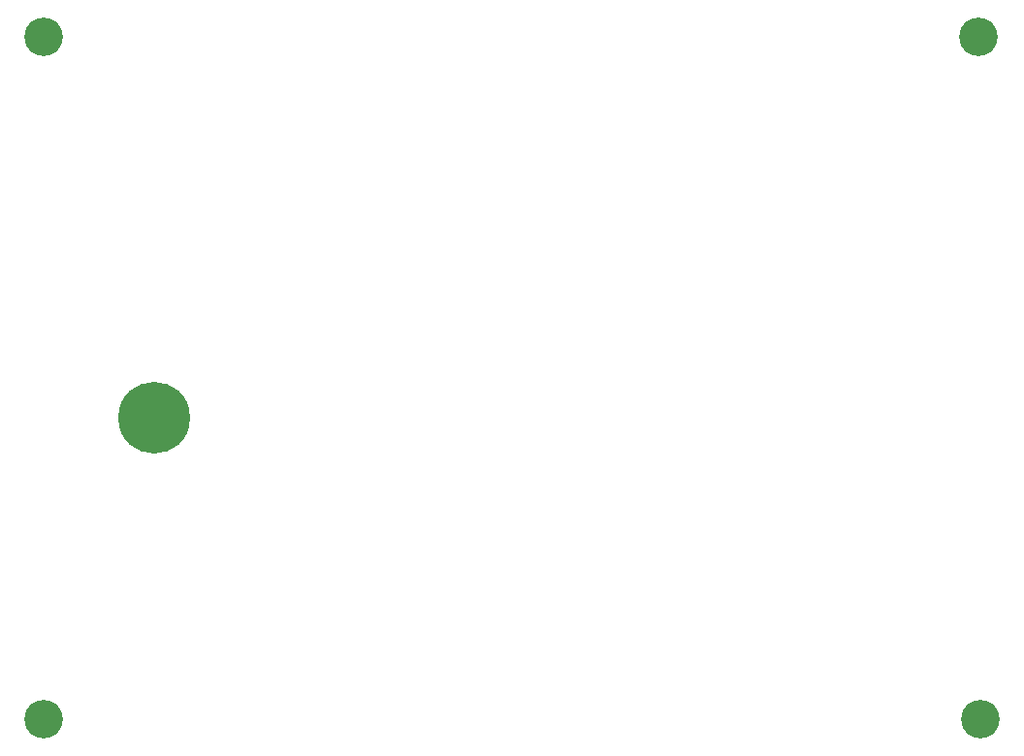
<source format=gbs>
G04 MADE WITH FRITZING*
G04 WWW.FRITZING.ORG*
G04 DOUBLE SIDED*
G04 HOLES PLATED*
G04 CONTOUR ON CENTER OF CONTOUR VECTOR*
%ASAXBY*%
%FSLAX23Y23*%
%MOIN*%
%OFA0B0*%
%SFA1.0B1.0*%
%ADD10C,0.132047*%
%ADD11C,0.246220*%
%LNMASK0*%
G90*
G70*
G54D10*
X124Y2761D03*
X123Y416D03*
X3336Y2761D03*
X3344Y416D03*
G54D11*
X503Y1453D03*
G04 End of Mask0*
M02*
</source>
